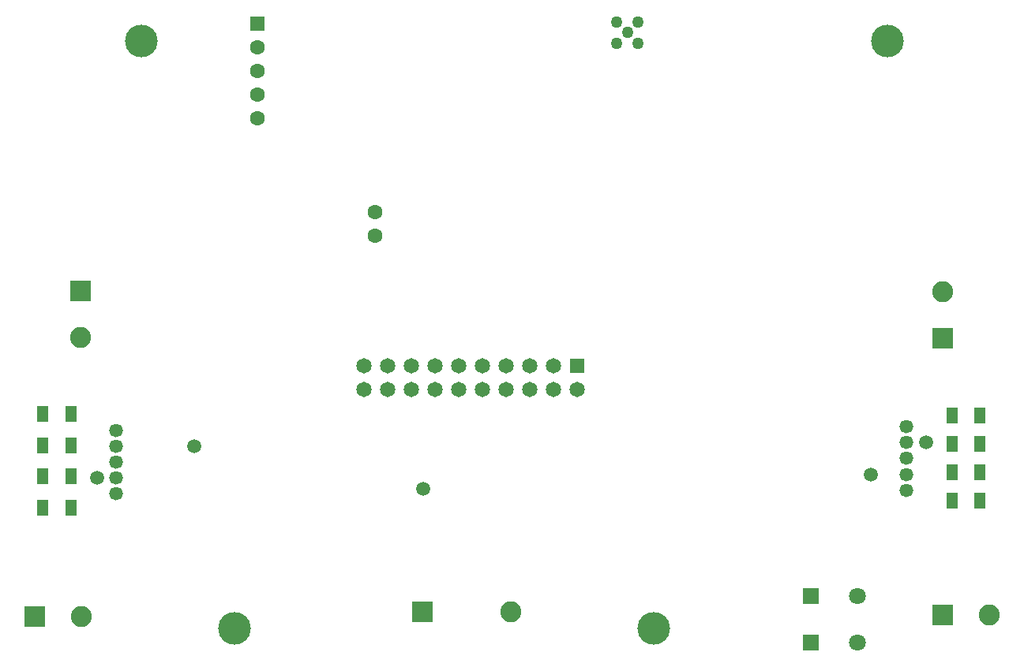
<source format=gbr>
%TF.GenerationSoftware,Altium Limited,Altium Designer,18.1.9 (240)*%
G04 Layer_Color=16711935*
%FSLAX43Y43*%
%MOMM*%
%TF.FileFunction,Soldermask,Bot*%
%TF.Part,Single*%
G01*
G75*
%TA.AperFunction,SMDPad,CuDef*%
%ADD11R,1.150X1.800*%
%TA.AperFunction,ComponentPad*%
%ADD37R,2.250X2.250*%
%ADD38C,2.250*%
%ADD39C,1.470*%
%ADD40R,2.250X2.250*%
%ADD41C,1.600*%
%ADD42R,1.600X1.600*%
%ADD43C,1.650*%
%ADD44R,1.650X1.650*%
%ADD45R,1.800X1.800*%
%ADD46C,1.800*%
%TA.AperFunction,ViaPad*%
%ADD48C,3.500*%
%ADD49C,1.500*%
%ADD50C,1.270*%
D11*
X4469Y23283D02*
D03*
X7469D02*
D03*
X4469Y19939D02*
D03*
X7469D02*
D03*
X4469Y26628D02*
D03*
X7469D02*
D03*
X4469Y29972D02*
D03*
X7469D02*
D03*
X104926Y20701D02*
D03*
X101926D02*
D03*
X104926Y23749D02*
D03*
X101926D02*
D03*
X104926Y26797D02*
D03*
X101926D02*
D03*
X104926Y29845D02*
D03*
X101926D02*
D03*
D37*
X3596Y8270D02*
D03*
X100918Y8382D02*
D03*
X45151Y8762D02*
D03*
D38*
X8596Y8270D02*
D03*
X8509Y38227D02*
D03*
X100918Y43100D02*
D03*
X105918Y8382D02*
D03*
X54671Y8762D02*
D03*
D39*
X12279Y21414D02*
D03*
Y23114D02*
D03*
Y24824D02*
D03*
Y26524D02*
D03*
Y28224D02*
D03*
X97028Y21814D02*
D03*
Y23514D02*
D03*
Y25214D02*
D03*
Y26924D02*
D03*
Y28624D02*
D03*
D40*
X8509Y43227D02*
D03*
X100918Y38100D02*
D03*
D41*
X27432Y61722D02*
D03*
Y64262D02*
D03*
Y69342D02*
D03*
Y66802D02*
D03*
X40075Y51662D02*
D03*
Y49122D02*
D03*
D42*
X27432Y71882D02*
D03*
D43*
X38862Y32654D02*
D03*
X41402D02*
D03*
X38862Y35194D02*
D03*
X41402D02*
D03*
X46482Y32654D02*
D03*
Y35194D02*
D03*
X54102Y32654D02*
D03*
Y35194D02*
D03*
X56642Y32654D02*
D03*
Y35194D02*
D03*
X61722Y32654D02*
D03*
X59182Y35194D02*
D03*
Y32654D02*
D03*
X51562Y35194D02*
D03*
Y32654D02*
D03*
X49022Y35194D02*
D03*
Y32654D02*
D03*
X43942Y35194D02*
D03*
Y32654D02*
D03*
D44*
X61722Y35194D02*
D03*
D45*
X86821Y10421D02*
D03*
Y5421D02*
D03*
D46*
X91821Y10421D02*
D03*
Y5421D02*
D03*
D48*
X70000Y7000D02*
D03*
X25000D02*
D03*
X15000Y70000D02*
D03*
X95000D02*
D03*
D49*
X93237Y23514D02*
D03*
X45212Y21971D02*
D03*
X20682Y26524D02*
D03*
X99187Y26924D02*
D03*
X10287Y23114D02*
D03*
D50*
X66018Y69803D02*
D03*
X68299D02*
D03*
X68304Y72089D02*
D03*
X66018D02*
D03*
X67183Y70993D02*
D03*
%TF.MD5,36ffb1e528b15cd16252766a16267c62*%
M02*

</source>
